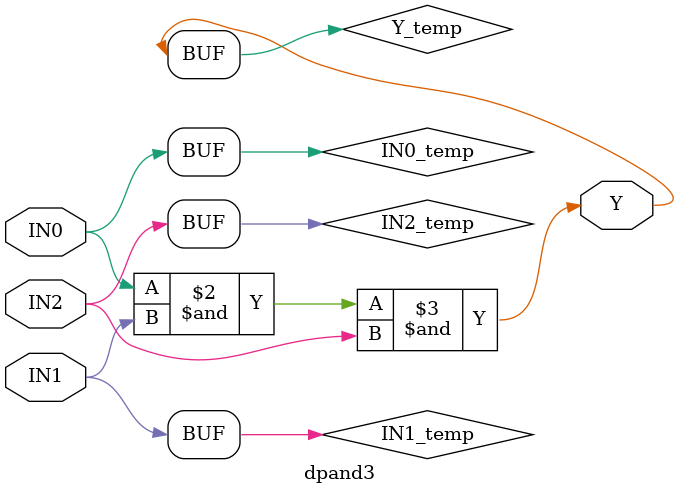
<source format=v>
module dpand3(IN0,IN1,IN2,Y);
  parameter BIT = 0;
  parameter COLINST = "0";
  parameter GROUP = "dpath1";
  parameter
        d_IN0_r = 0,
        d_IN0_f = 0,
        d_IN1_r = 0,
        d_IN1_f = 0,
        d_IN2_r = 0,
        d_IN2_f = 0,
        d_Y_r = 1,
        d_Y_f = 1;
  input  IN0;
  input  IN1;
  input  IN2;
  output  Y;
  wire  IN0_temp;
  wire  IN1_temp;
  wire  IN2_temp;
  reg  Y_temp;
  assign #(d_IN0_r,d_IN0_f) IN0_temp = IN0;
  assign #(d_IN1_r,d_IN1_f) IN1_temp = IN1;
  assign #(d_IN2_r,d_IN2_f) IN2_temp = IN2;
  assign #(d_Y_r,d_Y_f) Y = Y_temp;
  always
    @(IN0_temp or IN1_temp or IN2_temp)
      Y_temp = ((IN0_temp & IN1_temp) & IN2_temp);
endmodule

</source>
